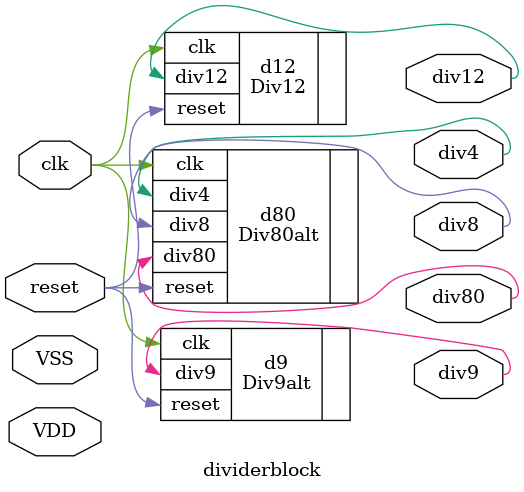
<source format=v>
module dividerblock(
	input	reset,
	input	clk,
	inout	VDD,
	inout	VSS,
	output	div4,
	output	div8,
	output	div9,
	output	div12,
	output	div80
);
	
	Div9alt d9 (.reset(reset),.clk(clk), .div9(div9));
	Div12 d12 (.reset(reset),.clk(clk), .div12(div12));
	Div80alt d80 (.reset(reset),.clk(clk), .div80(div80), .div8(div8), .div4(div4));

endmodule
</source>
